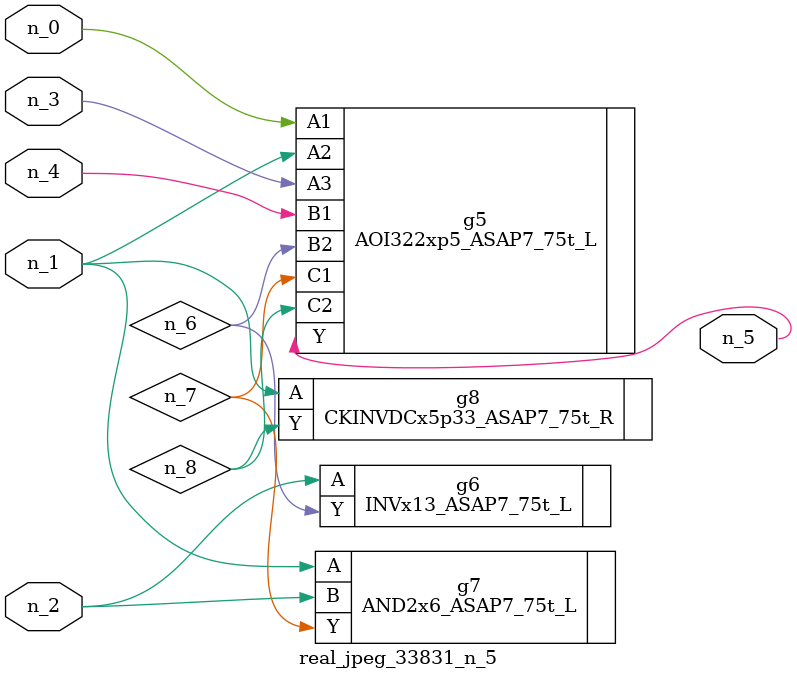
<source format=v>
module real_jpeg_33831_n_5 (n_4, n_0, n_1, n_2, n_3, n_5);

input n_4;
input n_0;
input n_1;
input n_2;
input n_3;

output n_5;

wire n_8;
wire n_6;
wire n_7;

AOI322xp5_ASAP7_75t_L g5 ( 
.A1(n_0),
.A2(n_1),
.A3(n_3),
.B1(n_4),
.B2(n_6),
.C1(n_7),
.C2(n_8),
.Y(n_5)
);

AND2x6_ASAP7_75t_L g7 ( 
.A(n_1),
.B(n_2),
.Y(n_7)
);

CKINVDCx5p33_ASAP7_75t_R g8 ( 
.A(n_1),
.Y(n_8)
);

INVx13_ASAP7_75t_L g6 ( 
.A(n_2),
.Y(n_6)
);


endmodule
</source>
